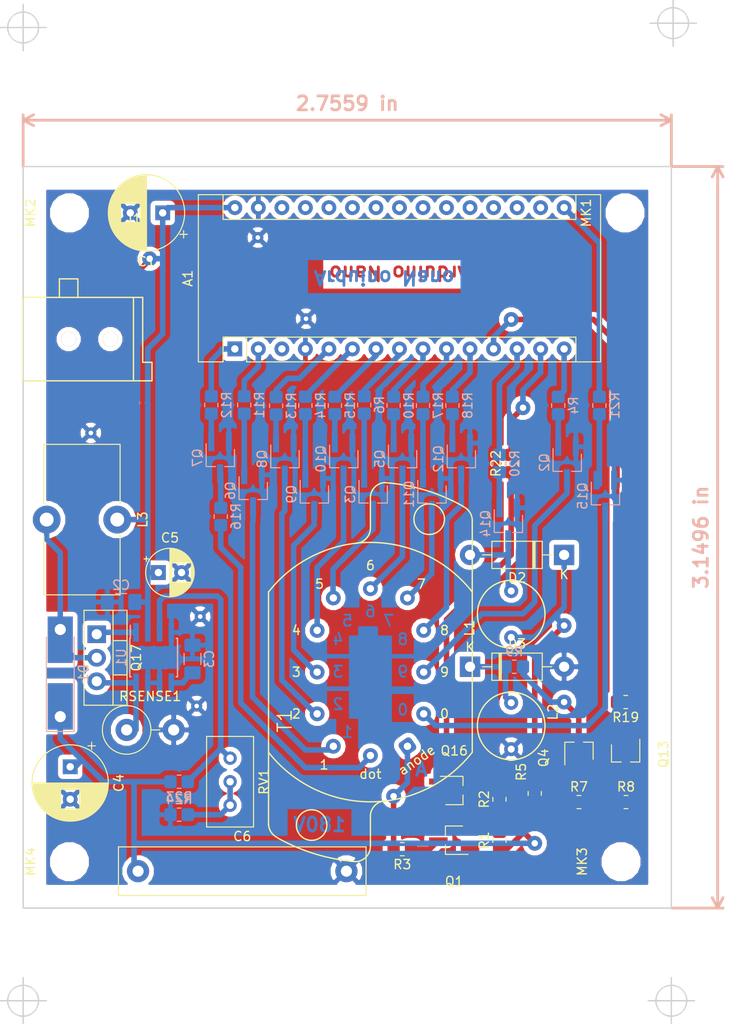
<source format=kicad_pcb>
(kicad_pcb (version 20171130) (host pcbnew 5.0.0-rc3+dfsg1-2)
  (layers (0 F.Cu signal) (31 B.Cu signal) (34 B.Paste user) (35 F.Paste user) (36 B.SilkS user) (37 F.SilkS user) (38 B.Mask user) (39 F.Mask user) (44 Edge.Cuts user))
  (net 0 "")
  (net 1 D0)
  (net 2 "Net-(A1-Pad17)")
  (net 3 "Net-(A1-Pad18)")
  (net 4 "Net-(A1-Pad3)")
  (net 5 "Net-(A1-Pad19)")
  (net 6 GND)
  (net 7 "Net-(A1-Pad20)")
  (net 8 D2)
  (net 9 "Net-(A1-Pad21)")
  (net 10 ANODE)
  (net 11 "Net-(A1-Pad22)")
  (net 12 D3)
  (net 13 "Net-(A1-Pad23)")
  (net 14 NEON1)
  (net 15 "Net-(A1-Pad24)")
  (net 16 NEON2)
  (net 17 "Net-(A1-Pad25)")
  (net 18 D4)
  (net 19 "Net-(A1-Pad26)")
  (net 20 D5)
  (net 21 +5V)
  (net 22 D6)
  (net 23 "Net-(A1-Pad28)")
  (net 24 D7)
  (net 25 D8)
  (net 26 D9)
  (net 27 +VDC)
  (net 28 "Net-(Q1-Pad3)")
  (net 29 KHV0)
  (net 30 KHV1)
  (net 31 KHV2)
  (net 32 KHV3)
  (net 33 KHV4)
  (net 34 KHV5)
  (net 35 KHV6)
  (net 36 KHV7)
  (net 37 KHV8)
  (net 38 KHV9)
  (net 39 "Net-(Q16-Pad3)")
  (net 40 D1)
  (net 41 DV)
  (net 42 "Net-(Q4-Pad3)")
  (net 43 "Net-(R3-Pad2)")
  (net 44 DOT)
  (net 45 "Net-(Q7-Pad3)")
  (net 46 "Net-(Q13-Pad3)")
  (net 47 "Net-(Q17-Pad1)")
  (net 48 "Net-(D1-Pad2)")
  (net 49 "Net-(Q17-Pad3)")
  (net 50 +9V)
  (net 51 "Net-(C3-Pad1)")
  (net 52 "Net-(R24-Pad1)")
  (net 53 "Net-(R23-Pad2)")
  (net 54 "Net-(D3-Pad1)")
  (net 55 "Net-(D2-Pad1)")
  (net 56 "Net-(D2-Pad2)")
  (net 57 "Net-(Q16-Pad1)")
  (net 58 "Net-(Q7-Pad1)")
  (net 59 "Net-(Q15-Pad1)")
  (net 60 "Net-(Q9-Pad1)")
  (net 61 "Net-(Q8-Pad1)")
  (net 62 "Net-(Q14-Pad1)")
  (net 63 "Net-(Q13-Pad1)")
  (net 64 "Net-(Q10-Pad1)")
  (net 65 "Net-(Q6-Pad1)")
  (net 66 "Net-(Q5-Pad1)")
  (net 67 "Net-(Q3-Pad1)")
  (net 68 "Net-(Q12-Pad1)")
  (net 69 "Net-(Q11-Pad1)")
  (net 70 "Net-(Q2-Pad1)")
  (net 71 "Net-(Q1-Pad1)")
  (net 72 "Net-(Q4-Pad1)")
  (module "Parts:Thermal Via" (layer F.Cu) (at 67.31 78.74)
    (fp_text reference U7 hide)
    (fp_text value THERMAL_VIA hide)
    (pad ~ thru_hole circle (at 0 0 180) (size 1.2 1.2) (drill 0.5) (layers *.Cu *.Mask) (net 6 GND))
  )
  (module "Parts:Thermal Via" (layer F.Cu) (at 90.551 66.421)
    (fp_text reference U3 hide)
    (fp_text value THERMAL_VIA hide)
    (pad ~ thru_hole circle (at 0 0 180) (size 1.2 1.2) (drill 0.5) (layers *.Cu *.Mask) (net 6 GND))
  )
  (module "Parts:Thermal Via" (layer F.Cu) (at 85.344 57.658)
    (fp_text reference U4 hide)
    (fp_text value THERMAL_VIA hide)
    (pad ~ thru_hole circle (at 0 0 180) (size 1.2 1.2) (drill 0.5) (layers *.Cu *.Mask) (net 6 GND))
  )
  (module "Parts:Thermal Via" (layer F.Cu) (at 79.121 98.552)
    (fp_text reference U5 hide)
    (fp_text value THERMAL_VIA hide)
    (pad ~ thru_hole circle (at 0 0 180) (size 1.2 1.2) (drill 0.5) (layers *.Cu *.Mask) (net 6 GND))
  )
  (module "Parts:Thermal Via" (layer F.Cu) (at 78.74 108.204)
    (fp_text reference U6 hide)
    (fp_text value THERMAL_VIA hide)
    (pad ~ thru_hole circle (at 0 0 180) (size 1.2 1.2) (drill 0.5) (layers *.Cu *.Mask) (net 6 GND))
  )
  (module Parts:D_MELF-RM10_Universal_Handsoldering (layer B.Cu) (at 64.008 104.649 90)
    (fp_text reference D1 (at 0 2.5 90) (layer B.SilkS) (effects (justify mirror)))
    (fp_text value ES2J)
    (pad 1 thru_hole rect (at -4.7 0 90) (size 5 2.7) (drill 1.19888 (offset 1.1 0)) (layers *.Cu *.Mask) (net 27 +VDC))
    (pad 2 thru_hole rect (at 4.7 0 270) (size 5 2.7) (drill 1.19888 (offset 1.1 0)) (layers *.Cu *.Mask) (net 48 "Net-(D1-Pad2)"))
  )
  (module Parts:AliExpress55mmBarelJack (layer F.Cu) (at 64.912 68.619)
    (fp_text reference J1 (at 7 -13) (layer F.SilkS))
    (fp_text value Jack-DC)
    (pad ~ thru_hole circle (at 0 0) (size 1.6 1.6) (drill 1.6) (layers *.Cu *.Mask))
    (pad ~ thru_hole circle (at 4.5 0) (size 1.6 1.6) (drill 1.6) (layers *.Cu *.Mask))
    (pad 2 smd rect (at 0 5.5) (size 3 3) (drill (offset 0 0.5)) (layers F.Cu F.Paste F.Mask) (net 6 GND))
    (pad 3 smd rect (at 5.7 5.5) (size 3 3) (drill (offset 0 0.5)) (layers F.Cu F.Paste F.Mask))
    (pad 1 smd rect (at 0 -5.5) (size 3 3) (drill (offset 0 -0.5)) (layers F.Cu F.Paste F.Mask) (net 50 +9V))
    (pad 1 smd rect (at 5.7 -5.5) (size 3 3) (drill (offset 0 -0.5)) (layers F.Cu F.Paste F.Mask) (net 50 +9V))
  )
  (module Package_SO:PowerIntegrations_SO-8 (layer B.Cu) (at 74.097 102.976 270)
    (fp_text reference U1 (at 0 3.5 270) (layer B.SilkS) (effects (justify mirror)))
    (fp_text value max1771)
    (pad 1 smd rect (at -2.725 1.905 270) (size 2 0.6) (layers B.Cu B.Paste B.Mask) (net 47 "Net-(Q17-Pad1)"))
    (pad 2 smd rect (at -2.725 0.635 270) (size 2 0.6) (layers B.Cu B.Paste B.Mask) (net 50 +9V))
    (pad 3 smd rect (at -2.725 -0.635 270) (size 2 0.6) (layers B.Cu B.Paste B.Mask) (net 53 "Net-(R23-Pad2)"))
    (pad 4 smd rect (at -2.725 -1.905 270) (size 2 0.6) (layers B.Cu B.Paste B.Mask) (net 6 GND))
    (pad 5 smd rect (at 2.725 -1.905 270) (size 2 0.6) (layers B.Cu B.Paste B.Mask) (net 51 "Net-(C3-Pad1)"))
    (pad 6 smd rect (at 2.725 -0.635 270) (size 2 0.6) (layers B.Cu B.Paste B.Mask) (net 6 GND))
    (pad 7 smd rect (at 2.725 0.635 270) (size 2 0.6) (layers B.Cu B.Paste B.Mask) (net 6 GND))
    (pad 8 smd rect (at 2.725 1.905 270) (size 2 0.6) (layers B.Cu B.Paste B.Mask) (net 49 "Net-(Q17-Pad3)"))
  )
  (module Resistor_SMD:R_0805_2012Metric_Pad1.33x1.40mm_HandSolder (layer B.Cu) (at 76.8425 116.369)
    (fp_text reference R23 (at 0 1.65) (layer B.SilkS) (effects (justify mirror)))
    (fp_text value 1.5M)
    (pad 1 smd roundrect (at -0.9375 0) (size 1.325 1.4) (layers B.Cu B.Paste B.Mask) (roundrect_rratio 0.188679) (net 27 +VDC))
    (pad 2 smd roundrect (at 0.9375 0) (size 1.325 1.4) (layers B.Cu B.Paste B.Mask) (roundrect_rratio 0.188679) (net 53 "Net-(R23-Pad2)"))
  )
  (module Resistor_SMD:R_0805_2012Metric_Pad1.33x1.40mm_HandSolder (layer B.Cu) (at 111.435 82.0425 90)
    (fp_text reference R20 (at 0 1.65 90) (layer B.SilkS) (effects (justify mirror)))
    (fp_text value 33K)
    (pad 2 smd roundrect (at 0.9375 0 90) (size 1.325 1.4) (layers B.Cu B.Paste B.Mask) (roundrect_rratio 0.188679) (net 14 NEON1))
    (pad 1 smd roundrect (at -0.9375 0 90) (size 1.325 1.4) (layers B.Cu B.Paste B.Mask) (roundrect_rratio 0.188679) (net 62 "Net-(Q14-Pad1)"))
  )
  (module Resistor_SMD:R_0805_2012Metric_Pad1.33x1.40mm_HandSolder (layer B.Cu) (at 113.0375 103.965 180)
    (fp_text reference R9 (at 0 1.65 180) (layer B.SilkS) (effects (justify mirror)))
    (fp_text value 240K)
    (pad 1 smd roundrect (at -0.9375 0 180) (size 1.325 1.4) (layers B.Cu B.Paste B.Mask) (roundrect_rratio 0.188679) (net 42 "Net-(Q4-Pad3)"))
    (pad 2 smd roundrect (at 0.9375 0 180) (size 1.325 1.4) (layers B.Cu B.Paste B.Mask) (roundrect_rratio 0.188679) (net 54 "Net-(D3-Pad1)"))
  )
  (module Package_TO_SOT_SMD:TSOT-23_HandSoldering (layer B.Cu) (at 118.735 81.935 270)
    (fp_text reference Q2 (at 0 2.45 270) (layer B.SilkS) (effects (justify mirror)))
    (fp_text value MMBTA42)
    (pad 1 smd rect (at -1.71 0.95 270) (size 2 0.65) (layers B.Cu B.Paste B.Mask) (net 70 "Net-(Q2-Pad1)"))
    (pad 2 smd rect (at -1.71 -0.95 270) (size 2 0.65) (layers B.Cu B.Paste B.Mask) (net 6 GND))
    (pad 3 smd rect (at 1.71 0 270) (size 2 0.65) (layers B.Cu B.Paste B.Mask) (net 38 KHV9))
  )
  (module Diode_THT:D_DO-41_SOD81_P10.16mm_Horizontal (layer F.Cu) (at 118.42 91.9 180)
    (fp_text reference D2 (at 5.08 -2.47 180) (layer F.SilkS))
    (fp_text value 100V)
    (fp_text user K (at 0 -2.1 180) (layer F.SilkS))
    (pad 1 thru_hole rect (at 0 0 180) (size 2.2 2.2) (drill 1.1) (layers *.Cu *.Mask) (net 55 "Net-(D2-Pad1)"))
    (pad 2 thru_hole oval (at 10.16 0 180) (size 2.2 2.2) (drill 1.1) (layers *.Cu *.Mask) (net 56 "Net-(D2-Pad2)"))
  )
  (module Diode_THT:D_DO-41_SOD81_P10.16mm_Horizontal (layer F.Cu) (at 108.26 103.965)
    (fp_text reference D3 (at 5.08 -2.47) (layer F.SilkS))
    (fp_text value 100V)
    (fp_text user K (at 0 -2.1) (layer F.SilkS))
    (pad 1 thru_hole rect (at 0 0) (size 2.2 2.2) (drill 1.1) (layers *.Cu *.Mask) (net 54 "Net-(D3-Pad1)"))
    (pad 2 thru_hole oval (at 10.16 0) (size 2.2 2.2) (drill 1.1) (layers *.Cu *.Mask) (net 6 GND))
  )
  (module Resistor_SMD:R_0805_2012Metric_Pad1.33x1.40mm_HandSolder (layer F.Cu) (at 112.705 82.0425 90)
    (fp_text reference R22 (at 0 -1.65 90) (layer F.SilkS))
    (fp_text value 33K)
    (pad 1 smd roundrect (at -0.9375 0 90) (size 1.325 1.4) (layers F.Cu F.Paste F.Mask) (roundrect_rratio 0.188679) (net 57 "Net-(Q16-Pad1)"))
    (pad 2 smd roundrect (at 0.9375 0 90) (size 1.325 1.4) (layers F.Cu F.Paste F.Mask) (roundrect_rratio 0.188679) (net 10 ANODE))
  )
  (module Resistor_SMD:R_0805_2012Metric_Pad1.33x1.40mm_HandSolder (layer F.Cu) (at 100.9425 123.65 180)
    (fp_text reference R3 (at 0 -1.65 180) (layer F.SilkS))
    (fp_text value 10K)
    (pad 1 smd roundrect (at -0.9375 0 180) (size 1.325 1.4) (layers F.Cu F.Paste F.Mask) (roundrect_rratio 0.188679) (net 28 "Net-(Q1-Pad3)"))
    (pad 2 smd roundrect (at 0.9375 0 180) (size 1.325 1.4) (layers F.Cu F.Paste F.Mask) (roundrect_rratio 0.188679) (net 43 "Net-(R3-Pad2)"))
  )
  (module Resistor_SMD:R_0805_2012Metric_Pad1.33x1.40mm_HandSolder (layer F.Cu) (at 111.435 118.2675 90)
    (fp_text reference R2 (at 0 -1.65 90) (layer F.SilkS))
    (fp_text value 1M)
    (pad 2 smd roundrect (at 0.9375 0 90) (size 1.325 1.4) (layers F.Cu F.Paste F.Mask) (roundrect_rratio 0.188679) (net 39 "Net-(Q16-Pad3)"))
    (pad 1 smd roundrect (at -0.9375 0 90) (size 1.325 1.4) (layers F.Cu F.Paste F.Mask) (roundrect_rratio 0.188679) (net 71 "Net-(Q1-Pad1)"))
  )
  (module Resistor_SMD:R_0805_2012Metric_Pad1.33x1.40mm_HandSolder (layer F.Cu) (at 115.245 117.6325 90)
    (fp_text reference R5 (at 2.3165 -1.453 90) (layer F.SilkS))
    (fp_text value 240K)
    (pad 2 smd roundrect (at 0.9375 0 90) (size 1.325 1.4) (layers F.Cu F.Paste F.Mask) (roundrect_rratio 0.188679) (net 55 "Net-(D2-Pad1)"))
    (pad 1 smd roundrect (at -0.9375 0 90) (size 1.325 1.4) (layers F.Cu F.Paste F.Mask) (roundrect_rratio 0.188679) (net 27 +VDC))
  )
  (module Resistor_SMD:R_0805_2012Metric_Pad1.33x1.40mm_HandSolder (layer F.Cu) (at 125.1025 118.57)
    (fp_text reference R8 (at 0 -1.65) (layer F.SilkS))
    (fp_text value 1M)
    (pad 1 smd roundrect (at -0.9375 0) (size 1.325 1.4) (layers F.Cu F.Paste F.Mask) (roundrect_rratio 0.188679) (net 72 "Net-(Q4-Pad1)"))
    (pad 2 smd roundrect (at 0.9375 0) (size 1.325 1.4) (layers F.Cu F.Paste F.Mask) (roundrect_rratio 0.188679) (net 46 "Net-(Q13-Pad3)"))
  )
  (module Package_TO_SOT_SMD:TSOT-23_HandSoldering (layer F.Cu) (at 120.005 113.05 90)
    (fp_text reference Q4 (at -0.742 -3.8 90) (layer F.SilkS))
    (fp_text value MMBTA92)
    (pad 3 smd rect (at 1.71 0 90) (size 2 0.65) (layers F.Cu F.Paste F.Mask) (net 42 "Net-(Q4-Pad3)"))
    (pad 2 smd rect (at -1.71 0.95 90) (size 2 0.65) (layers F.Cu F.Paste F.Mask) (net 27 +VDC))
    (pad 1 smd rect (at -1.71 -0.95 90) (size 2 0.65) (layers F.Cu F.Paste F.Mask) (net 72 "Net-(Q4-Pad1)"))
  )
  (module Package_TO_SOT_SMD:TSOT-23_HandSoldering (layer F.Cu) (at 106.55 122.7 180)
    (fp_text reference Q1 (at -0.003 -4.427 180) (layer F.SilkS))
    (fp_text value MMBTA92)
    (pad 3 smd rect (at 1.71 0 180) (size 2 0.65) (layers F.Cu F.Paste F.Mask) (net 28 "Net-(Q1-Pad3)"))
    (pad 2 smd rect (at -1.71 0.95 180) (size 2 0.65) (layers F.Cu F.Paste F.Mask) (net 27 +VDC))
    (pad 1 smd rect (at -1.71 -0.95 180) (size 2 0.65) (layers F.Cu F.Paste F.Mask) (net 71 "Net-(Q1-Pad1)"))
  )
  (module Resistor_SMD:R_0805_2012Metric_Pad1.33x1.40mm_HandSolder (layer B.Cu) (at 76.8425 119.925 180)
    (fp_text reference R24 (at 0 1.65 180) (layer B.SilkS) (effects (justify mirror)))
    (fp_text value 10k)
    (pad 1 smd roundrect (at -0.9375 0 180) (size 1.325 1.4) (layers B.Cu B.Paste B.Mask) (roundrect_rratio 0.188679) (net 52 "Net-(R24-Pad1)"))
    (pad 2 smd roundrect (at 0.9375 0 180) (size 1.325 1.4) (layers B.Cu B.Paste B.Mask) (roundrect_rratio 0.188679) (net 6 GND))
  )
  (module Package_TO_SOT_SMD:TSOT-23_HandSoldering (layer B.Cu) (at 104.13 85.355 270)
    (fp_text reference Q11 (at 0 2.45 270) (layer B.SilkS) (effects (justify mirror)))
    (fp_text value MMBTA42)
    (pad 1 smd rect (at -1.71 0.95 270) (size 2 0.65) (layers B.Cu B.Paste B.Mask) (net 69 "Net-(Q11-Pad1)"))
    (pad 2 smd rect (at -1.71 -0.95 270) (size 2 0.65) (layers B.Cu B.Paste B.Mask) (net 6 GND))
    (pad 3 smd rect (at 1.71 0 270) (size 2 0.65) (layers B.Cu B.Paste B.Mask) (net 36 KHV7))
  )
  (module Package_TO_SOT_SMD:TSOT-23_HandSoldering (layer B.Cu) (at 107.305 81.545 270)
    (fp_text reference Q12 (at 0 2.45 270) (layer B.SilkS) (effects (justify mirror)))
    (fp_text value MMBTA42)
    (pad 3 smd rect (at 1.71 0 270) (size 2 0.65) (layers B.Cu B.Paste B.Mask) (net 37 KHV8))
    (pad 2 smd rect (at -1.71 -0.95 270) (size 2 0.65) (layers B.Cu B.Paste B.Mask) (net 6 GND))
    (pad 1 smd rect (at -1.71 0.95 270) (size 2 0.65) (layers B.Cu B.Paste B.Mask) (net 68 "Net-(Q12-Pad1)"))
  )
  (module Package_TO_SOT_SMD:TSOT-23_HandSoldering (layer B.Cu) (at 97.78 85.355 270)
    (fp_text reference Q3 (at 0 2.45 270) (layer B.SilkS) (effects (justify mirror)))
    (fp_text value mmbta42)
    (pad 3 smd rect (at 1.71 0 270) (size 2 0.65) (layers B.Cu B.Paste B.Mask) (net 34 KHV5))
    (pad 2 smd rect (at -1.71 -0.95 270) (size 2 0.65) (layers B.Cu B.Paste B.Mask) (net 6 GND))
    (pad 1 smd rect (at -1.71 0.95 270) (size 2 0.65) (layers B.Cu B.Paste B.Mask) (net 67 "Net-(Q3-Pad1)"))
  )
  (module Package_TO_SOT_SMD:TSOT-23_HandSoldering (layer B.Cu) (at 100.96 81.545 270)
    (fp_text reference Q5 (at 0 2.45 270) (layer B.SilkS) (effects (justify mirror)))
    (fp_text value MMBTA42)
    (pad 1 smd rect (at -1.71 0.95 270) (size 2 0.65) (layers B.Cu B.Paste B.Mask) (net 66 "Net-(Q5-Pad1)"))
    (pad 2 smd rect (at -1.71 -0.95 270) (size 2 0.65) (layers B.Cu B.Paste B.Mask) (net 6 GND))
    (pad 3 smd rect (at 1.71 0 270) (size 2 0.65) (layers B.Cu B.Paste B.Mask) (net 35 KHV6))
  )
  (module Potentiometer_THT:Potentiometer_Bourns_3296W_Vertical (layer F.Cu) (at 82.352 118.909 270)
    (fp_text reference RV1 (at -2.54 -3.66 270) (layer F.SilkS))
    (fp_text value 5K)
    (pad 1 thru_hole circle (at 0 0 270) (size 1.44 1.44) (drill 0.8) (layers *.Cu *.Mask) (net 52 "Net-(R24-Pad1)"))
    (pad 2 thru_hole circle (at -2.54 0 270) (size 1.44 1.44) (drill 0.8) (layers *.Cu *.Mask) (net 52 "Net-(R24-Pad1)"))
    (pad 3 thru_hole circle (at -5.08 0 270) (size 1.44 1.44) (drill 0.8) (layers *.Cu *.Mask) (net 53 "Net-(R23-Pad2)"))
  )
  (module Package_TO_SOT_SMD:TSOT-23_HandSoldering (layer F.Cu) (at 125.085 113.295 270)
    (fp_text reference Q13 (at 0.116 -4.074 270) (layer F.SilkS))
    (fp_text value MMBTA42)
    (pad 3 smd rect (at 1.71 0 270) (size 2 0.65) (layers F.Cu F.Paste F.Mask) (net 46 "Net-(Q13-Pad3)"))
    (pad 2 smd rect (at -1.71 0.95 270) (size 2 0.65) (layers F.Cu F.Paste F.Mask) (net 6 GND))
    (pad 1 smd rect (at -1.71 -0.95 270) (size 2 0.65) (layers F.Cu F.Paste F.Mask) (net 63 "Net-(Q13-Pad1)"))
  )
  (module Package_TO_SOT_SMD:TSOT-23_HandSoldering (layer B.Cu) (at 94.605 81.545 270)
    (fp_text reference Q10 (at 0 2.45 270) (layer B.SilkS) (effects (justify mirror)))
    (fp_text value MMBTA42)
    (pad 1 smd rect (at -1.71 0.95 270) (size 2 0.65) (layers B.Cu B.Paste B.Mask) (net 64 "Net-(Q10-Pad1)"))
    (pad 2 smd rect (at -1.71 -0.95 270) (size 2 0.65) (layers B.Cu B.Paste B.Mask) (net 6 GND))
    (pad 3 smd rect (at 1.71 0 270) (size 2 0.65) (layers B.Cu B.Paste B.Mask) (net 33 KHV4))
  )
  (module Package_TO_SOT_SMD:TSOT-23_HandSoldering (layer B.Cu) (at 91.43 85.355 270)
    (fp_text reference Q9 (at 0 2.45 270) (layer B.SilkS) (effects (justify mirror)))
    (fp_text value MMBTA42)
    (pad 3 smd rect (at 1.71 0 270) (size 2 0.65) (layers B.Cu B.Paste B.Mask) (net 32 KHV3))
    (pad 2 smd rect (at -1.71 -0.95 270) (size 2 0.65) (layers B.Cu B.Paste B.Mask) (net 6 GND))
    (pad 1 smd rect (at -1.71 0.95 270) (size 2 0.65) (layers B.Cu B.Paste B.Mask) (net 60 "Net-(Q9-Pad1)"))
  )
  (module Package_TO_SOT_SMD:TSOT-23_HandSoldering (layer B.Cu) (at 88.255 81.545 270)
    (fp_text reference Q8 (at 0 2.45 270) (layer B.SilkS) (effects (justify mirror)))
    (fp_text value MMBTA42)
    (pad 1 smd rect (at -1.71 0.95 270) (size 2 0.65) (layers B.Cu B.Paste B.Mask) (net 61 "Net-(Q8-Pad1)"))
    (pad 2 smd rect (at -1.71 -0.95 270) (size 2 0.65) (layers B.Cu B.Paste B.Mask) (net 6 GND))
    (pad 3 smd rect (at 1.71 0 270) (size 2 0.65) (layers B.Cu B.Paste B.Mask) (net 31 KHV2))
  )
  (module Package_TO_SOT_SMD:TSOT-23_HandSoldering (layer B.Cu) (at 84.826 84.974 270)
    (fp_text reference Q6 (at 0 2.45 270) (layer B.SilkS) (effects (justify mirror)))
    (fp_text value MMBTA42)
    (pad 3 smd rect (at 1.71 0 270) (size 2 0.65) (layers B.Cu B.Paste B.Mask) (net 30 KHV1))
    (pad 2 smd rect (at -1.71 -0.95 270) (size 2 0.65) (layers B.Cu B.Paste B.Mask) (net 6 GND))
    (pad 1 smd rect (at -1.71 0.95 270) (size 2 0.65) (layers B.Cu B.Paste B.Mask) (net 65 "Net-(Q6-Pad1)"))
  )
  (module Package_TO_SOT_SMD:TSOT-23_HandSoldering (layer B.Cu) (at 112.385 88.53 270)
    (fp_text reference Q14 (at 0 2.45 270) (layer B.SilkS) (effects (justify mirror)))
    (fp_text value MMBTA42)
    (pad 1 smd rect (at -1.71 0.95 270) (size 2 0.65) (layers B.Cu B.Paste B.Mask) (net 62 "Net-(Q14-Pad1)"))
    (pad 2 smd rect (at -1.71 -0.95 270) (size 2 0.65) (layers B.Cu B.Paste B.Mask) (net 6 GND))
    (pad 3 smd rect (at 1.71 0 270) (size 2 0.65) (layers B.Cu B.Paste B.Mask) (net 56 "Net-(D2-Pad2)"))
  )
  (module Package_TO_SOT_THT:TO-220-3_Vertical (layer F.Cu) (at 67.945 100.457 270)
    (fp_text reference Q17 (at 2.54 -4.27 270) (layer F.SilkS))
    (fp_text value IRF740)
    (pad 1 thru_hole rect (at 0 0 270) (size 1.905 2) (drill 1.1) (layers *.Cu *.Mask) (net 47 "Net-(Q17-Pad1)"))
    (pad 2 thru_hole oval (at 2.54 0 270) (size 1.905 2) (drill 1.1) (layers *.Cu *.Mask) (net 48 "Net-(D1-Pad2)"))
    (pad 3 thru_hole oval (at 5.08 0 270) (size 1.905 2) (drill 1.1) (layers *.Cu *.Mask) (net 49 "Net-(Q17-Pad3)"))
  )
  (module Resistor_THT:R_Axial_DIN0516_L15.5mm_D5.0mm_P5.08mm_Vertical (layer F.Cu) (at 71.176 110.781)
    (fp_text reference RSENSE1 (at 2.54 -3.62) (layer F.SilkS))
    (fp_text value 0R1)
    (pad 1 thru_hole circle (at 0 0) (size 2.4 2.4) (drill 1.2) (layers *.Cu *.Mask) (net 49 "Net-(Q17-Pad3)"))
    (pad 2 thru_hole oval (at 5.08 0) (size 2.4 2.4) (drill 1.2) (layers *.Cu *.Mask) (net 6 GND))
  )
  (module Package_TO_SOT_SMD:TSOT-23_HandSoldering (layer B.Cu) (at 122.865 85.55 270)
    (fp_text reference Q15 (at 0 2.45 270) (layer B.SilkS) (effects (justify mirror)))
    (fp_text value MMBTA42)
    (pad 1 smd rect (at -1.71 0.95 270) (size 2 0.65) (layers B.Cu B.Paste B.Mask) (net 59 "Net-(Q15-Pad1)"))
    (pad 2 smd rect (at -1.71 -0.95 270) (size 2 0.65) (layers B.Cu B.Paste B.Mask) (net 6 GND))
    (pad 3 smd rect (at 1.71 0 270) (size 2 0.65) (layers B.Cu B.Paste B.Mask) (net 29 KHV0))
  )
  (module Package_TO_SOT_SMD:TSOT-23_HandSoldering (layer B.Cu) (at 81.27 81.418 270)
    (fp_text reference Q7 (at 0 2.45 270) (layer B.SilkS) (effects (justify mirror)))
    (fp_text value MMBTA42)
    (pad 1 smd rect (at -1.71 0.95 270) (size 2 0.65) (layers B.Cu B.Paste B.Mask) (net 58 "Net-(Q7-Pad1)"))
    (pad 2 smd rect (at -1.71 -0.95 270) (size 2 0.65) (layers B.Cu B.Paste B.Mask) (net 6 GND))
    (pad 3 smd rect (at 1.71 0 270) (size 2 0.65) (layers B.Cu B.Paste B.Mask) (net 45 "Net-(Q7-Pad3)"))
  )
  (module Package_TO_SOT_SMD:TSOT-23_HandSoldering (layer F.Cu) (at 106.55 117.3)
    (fp_text reference Q16 (at 0 -4.27) (layer F.SilkS))
    (fp_text value MMBTA42)
    (pad 3 smd rect (at 1.71 0) (size 2 0.65) (layers F.Cu F.Paste F.Mask) (net 39 "Net-(Q16-Pad3)"))
    (pad 2 smd rect (at -1.71 0.95) (size 2 0.65) (layers F.Cu F.Paste F.Mask) (net 6 GND))
    (pad 1 smd rect (at -1.71 -0.95) (size 2 0.65) (layers F.Cu F.Paste F.Mask) (net 57 "Net-(Q16-Pad1)"))
  )
  (module Capacitor_THT:CP_Radial_D8.0mm_P3.50mm (layer F.Cu) (at 75.07 55 180)
    (fp_text reference C1 (at 1.75 -5.25 180) (layer F.SilkS))
    (fp_text value 100uF,25V)
    (pad 2 thru_hole circle (at 3.5 0 180) (size 1.6 1.6) (drill 0.8) (layers *.Cu *.Mask) (net 6 GND))
    (pad 1 thru_hole rect (at 0 0 180) (size 1.6 1.6) (drill 0.8) (layers *.Cu *.Mask) (net 50 +9V))
  )
  (module Resistor_SMD:R_0805_2012Metric_Pad1.33x1.40mm_HandSolder (layer F.Cu) (at 111.435 122.7125 90)
    (fp_text reference R1 (at 0 -1.65 90) (layer F.SilkS))
    (fp_text value 1M)
    (pad 2 smd roundrect (at 0.9375 0 90) (size 1.325 1.4) (layers F.Cu F.Paste F.Mask) (roundrect_rratio 0.188679) (net 71 "Net-(Q1-Pad1)"))
    (pad 1 smd roundrect (at -0.9375 0 90) (size 1.325 1.4) (layers F.Cu F.Paste F.Mask) (roundrect_rratio 0.188679) (net 27 +VDC))
  )
  (module Resistor_SMD:R_0805_2012Metric_Pad1.33x1.40mm_HandSolder (layer F.Cu) (at 120.0225 118.57)
    (fp_text reference R7 (at 0 -1.65) (layer F.SilkS))
    (fp_text value 1M)
    (pad 1 smd roundrect (at -0.9375 0) (size 1.325 1.4) (layers F.Cu F.Paste F.Mask) (roundrect_rratio 0.188679) (net 27 +VDC))
    (pad 2 smd roundrect (at 0.9375 0) (size 1.325 1.4) (layers F.Cu F.Paste F.Mask) (roundrect_rratio 0.188679) (net 72 "Net-(Q4-Pad1)"))
  )
  (module Resistor_SMD:R_0805_2012Metric_Pad1.33x1.40mm_HandSolder (layer B.Cu) (at 96.83 75.7225 90)
    (fp_text reference R6 (at 0 1.65 90) (layer B.SilkS) (effects (justify mirror)))
    (fp_text value 33K)
    (pad 2 smd roundrect (at 0.9375 0 90) (size 1.325 1.4) (layers B.Cu B.Paste B.Mask) (roundrect_rratio 0.188679) (net 20 D5))
    (pad 1 smd roundrect (at -0.9375 0 90) (size 1.325 1.4) (layers B.Cu B.Paste B.Mask) (roundrect_rratio 0.188679) (net 67 "Net-(Q3-Pad1)"))
  )
  (module Resistor_SMD:R_0805_2012Metric_Pad1.33x1.40mm_HandSolder (layer B.Cu) (at 80.32 75.7225 90)
    (fp_text reference R12 (at 0 1.65 90) (layer B.SilkS) (effects (justify mirror)))
    (fp_text value 33K)
    (pad 1 smd roundrect (at -0.9375 0 90) (size 1.325 1.4) (layers B.Cu B.Paste B.Mask) (roundrect_rratio 0.188679) (net 58 "Net-(Q7-Pad1)"))
    (pad 2 smd roundrect (at 0.9375 0 90) (size 1.325 1.4) (layers B.Cu B.Paste B.Mask) (roundrect_rratio 0.188679) (net 44 DOT))
  )
  (module Resistor_SMD:R_0805_2012Metric_Pad1.33x1.40mm_HandSolder (layer B.Cu) (at 81.336 87.7575 90)
    (fp_text reference R16 (at 0 1.65 90) (layer B.SilkS) (effects (justify mirror)))
    (fp_text value 56K)
    (pad 2 smd roundrect (at 0.9375 0 90) (size 1.325 1.4) (layers B.Cu B.Paste B.Mask) (roundrect_rratio 0.188679) (net 45 "Net-(Q7-Pad3)"))
    (pad 1 smd roundrect (at -0.9375 0 90) (size 1.325 1.4) (layers B.Cu B.Paste B.Mask) (roundrect_rratio 0.188679) (net 41 DV))
  )
  (module Resistor_SMD:R_0805_2012Metric_Pad1.33x1.40mm_HandSolder (layer B.Cu) (at 83.876 75.7225 90)
    (fp_text reference R11 (at 0 1.65 90) (layer B.SilkS) (effects (justify mirror)))
    (fp_text value 33K)
    (pad 1 smd roundrect (at -0.9375 0 90) (size 1.325 1.4) (layers B.Cu B.Paste B.Mask) (roundrect_rratio 0.188679) (net 65 "Net-(Q6-Pad1)"))
    (pad 2 smd roundrect (at 0.9375 0 90) (size 1.325 1.4) (layers B.Cu B.Paste B.Mask) (roundrect_rratio 0.188679) (net 40 D1))
  )
  (module Resistor_SMD:R_0805_2012Metric_Pad1.33x1.40mm_HandSolder (layer B.Cu) (at 100.005 75.7775 90)
    (fp_text reference R10 (at 0 1.65 90) (layer B.SilkS) (effects (justify mirror)))
    (fp_text value 33V)
    (pad 2 smd roundrect (at 0.9375 0 90) (size 1.325 1.4) (layers B.Cu B.Paste B.Mask) (roundrect_rratio 0.188679) (net 22 D6))
    (pad 1 smd roundrect (at -0.9375 0 90) (size 1.325 1.4) (layers B.Cu B.Paste B.Mask) (roundrect_rratio 0.188679) (net 66 "Net-(Q5-Pad1)"))
  )
  (module Resistor_SMD:R_0805_2012Metric_Pad1.33x1.40mm_HandSolder (layer B.Cu) (at 117.785 75.7775 90)
    (fp_text reference R4 (at 0 1.65 90) (layer B.SilkS) (effects (justify mirror)))
    (fp_text value 33K)
    (pad 1 smd roundrect (at -0.9375 0 90) (size 1.325 1.4) (layers B.Cu B.Paste B.Mask) (roundrect_rratio 0.188679) (net 70 "Net-(Q2-Pad1)"))
    (pad 2 smd roundrect (at 0.9375 0 90) (size 1.325 1.4) (layers B.Cu B.Paste B.Mask) (roundrect_rratio 0.188679) (net 26 D9))
  )
  (module Resistor_SMD:R_0805_2012Metric_Pad1.33x1.40mm_HandSolder (layer B.Cu) (at 90.48 75.7775 90)
    (fp_text reference R14 (at 0 1.65 90) (layer B.SilkS) (effects (justify mirror)))
    (fp_text value 33K)
    (pad 2 smd roundrect (at 0.9375 0 90) (size 1.325 1.4) (layers B.Cu B.Paste B.Mask) (roundrect_rratio 0.188679) (net 12 D3))
    (pad 1 smd roundrect (at -0.9375 0 90) (size 1.325 1.4) (layers B.Cu B.Paste B.Mask) (roundrect_rratio 0.188679) (net 60 "Net-(Q9-Pad1)"))
  )
  (module Resistor_SMD:R_0805_2012Metric_Pad1.33x1.40mm_HandSolder (layer B.Cu) (at 103.18 75.7775 90)
    (fp_text reference R17 (at 0 1.65 90) (layer B.SilkS) (effects (justify mirror)))
    (fp_text value 33K)
    (pad 1 smd roundrect (at -0.9375 0 90) (size 1.325 1.4) (layers B.Cu B.Paste B.Mask) (roundrect_rratio 0.188679) (net 69 "Net-(Q11-Pad1)"))
    (pad 2 smd roundrect (at 0.9375 0 90) (size 1.325 1.4) (layers B.Cu B.Paste B.Mask) (roundrect_rratio 0.188679) (net 24 D7))
  )
  (module Resistor_SMD:R_0805_2012Metric_Pad1.33x1.40mm_HandSolder (layer B.Cu) (at 106.355 75.7775 90)
    (fp_text reference R18 (at 0 1.65 90) (layer B.SilkS) (effects (justify mirror)))
    (fp_text value 33K)
    (pad 2 smd roundrect (at 0.9375 0 90) (size 1.325 1.4) (layers B.Cu B.Paste B.Mask) (roundrect_rratio 0.188679) (net 25 D8))
    (pad 1 smd roundrect (at -0.9375 0 90) (size 1.325 1.4) (layers B.Cu B.Paste B.Mask) (roundrect_rratio 0.188679) (net 68 "Net-(Q12-Pad1)"))
  )
  (module Resistor_SMD:R_0805_2012Metric_Pad1.33x1.40mm_HandSolder (layer F.Cu) (at 125.0725 107.775 180)
    (fp_text reference R19 (at 0 -1.65 180) (layer F.SilkS))
    (fp_text value 33K)
    (pad 1 smd roundrect (at -0.9375 0 180) (size 1.325 1.4) (layers F.Cu F.Paste F.Mask) (roundrect_rratio 0.188679) (net 63 "Net-(Q13-Pad1)"))
    (pad 2 smd roundrect (at 0.9375 0 180) (size 1.325 1.4) (layers F.Cu F.Paste F.Mask) (roundrect_rratio 0.188679) (net 16 NEON2))
  )
  (module Resistor_SMD:R_0805_2012Metric_Pad1.33x1.40mm_HandSolder (layer B.Cu) (at 122.23 75.7775 90)
    (fp_text reference R21 (at 0 1.65 90) (layer B.SilkS) (effects (justify mirror)))
    (fp_text value 33K)
    (pad 1 smd roundrect (at -0.9375 0 90) (size 1.325 1.4) (layers B.Cu B.Paste B.Mask) (roundrect_rratio 0.188679) (net 59 "Net-(Q15-Pad1)"))
    (pad 2 smd roundrect (at 0.9375 0 90) (size 1.325 1.4) (layers B.Cu B.Paste B.Mask) (roundrect_rratio 0.188679) (net 1 D0))
  )
  (module Resistor_SMD:R_0805_2012Metric_Pad1.33x1.40mm_HandSolder (layer B.Cu) (at 87.315 75.8075 90)
    (fp_text reference R13 (at 0 1.65 90) (layer B.SilkS) (effects (justify mirror)))
    (fp_text value 33K)
    (pad 2 smd roundrect (at 0.9375 0 90) (size 1.325 1.4) (layers B.Cu B.Paste B.Mask) (roundrect_rratio 0.188679) (net 8 D2))
    (pad 1 smd roundrect (at -0.9375 0 90) (size 1.325 1.4) (layers B.Cu B.Paste B.Mask) (roundrect_rratio 0.188679) (net 61 "Net-(Q8-Pad1)"))
  )
  (module Resistor_SMD:R_0805_2012Metric_Pad1.33x1.40mm_HandSolder (layer B.Cu) (at 93.665 75.7775 90)
    (fp_text reference R15 (at 0 1.65 90) (layer B.SilkS) (effects (justify mirror)))
    (fp_text value 33K)
    (pad 1 smd roundrect (at -0.9375 0 90) (size 1.325 1.4) (layers B.Cu B.Paste B.Mask) (roundrect_rratio 0.188679) (net 64 "Net-(Q10-Pad1)"))
    (pad 2 smd roundrect (at 0.9375 0 90) (size 1.325 1.4) (layers B.Cu B.Paste B.Mask) (roundrect_rratio 0.188679) (net 18 D4))
  )
  (module MountingHole:MountingHole_3.2mm_M3 (layer F.Cu) (at 65 125 90)
    (fp_text reference MK4 (at 0 -4.2 90) (layer F.SilkS))
    (fp_text value Mounting_Hole)
    (pad 1 np_thru_hole circle (at 0 0 90) (size 3.2 3.2) (drill 3.2) (layers *.Cu *.Mask))
  )
  (module MountingHole:MountingHole_3.2mm_M3 (layer F.Cu) (at 124.57 125 90)
    (fp_text reference MK3 (at 0 -4.2 90) (layer F.SilkS))
    (fp_text value Mounting_Hole)
    (pad 1 np_thru_hole circle (at 0 0 90) (size 3.2 3.2) (drill 3.2) (layers *.Cu *.Mask))
  )
  (module MountingHole:MountingHole_3.2mm_M3 (layer F.Cu) (at 125 55 90)
    (fp_text reference MK1 (at 0 -4.2 90) (layer F.SilkS))
    (fp_text value Mounting_Hole)
    (pad 1 np_thru_hole circle (at 0 0 90) (size 3.2 3.2) (drill 3.2) (layers *.Cu *.Mask))
  )
  (module MountingHole:MountingHole_3.2mm_M3 (layer F.Cu) (at 65 55 90)
    (fp_text reference MK2 (at 0 -4.2 90) (layer F.SilkS))
    (fp_text value Mounting_Hole)
    (pad 1 np_thru_hole circle (at 0 0 90) (size 3.2 3.2) (drill 3.2) (layers *.Cu *.Mask))
  )
  (module Capacitor_SMD:C_1206_3216Metric_Pad1.42x1.75mm_HandSolder (layer B.Cu) (at 70.5775 96.98 180)
    (fp_text reference C2 (at 0 1.82 180) (layer B.SilkS) (effects (justify mirror)))
    (fp_text value 100n)
    (pad 2 smd roundrect (at 1.4875 0 180) (size 1.425 1.75) (layers B.Cu B.Paste B.Mask) (roundrect_rratio 0.175439) (net 6 GND))
    (pad 1 smd roundrect (at -1.4875 0 180) (size 1.425 1.75) (layers B.Cu B.Paste B.Mask) (roundrect_rratio 0.175439) (net 50 +9V))
  )
  (module Capacitor_SMD:C_1206_3216Metric_Pad1.42x1.75mm_HandSolder (layer B.Cu) (at 78.288 103.1245 90)
    (fp_text reference C3 (at 0 1.82 90) (layer B.SilkS) (effects (justify mirror)))
    (fp_text value 100n)
    (pad 1 smd roundrect (at -1.4875 0 90) (size 1.425 1.75) (layers B.Cu B.Paste B.Mask) (roundrect_rratio 0.175439) (net 51 "Net-(C3-Pad1)"))
    (pad 2 smd roundrect (at 1.4875 0 90) (size 1.425 1.75) (layers B.Cu B.Paste B.Mask) (roundrect_rratio 0.175) (net 6 GND))
  )
  (module Capacitor_THT:CP_Radial_D5.0mm_P2.50mm (layer F.Cu) (at 74.605 93.805)
    (fp_text reference C5 (at 1.25 -3.75) (layer F.SilkS))
    (fp_text value 10uF,25V)
    (pad 1 thru_hole rect (at 0 0) (size 1.6 1.6) (drill 0.8) (layers *.Cu *.Mask) (net 50 +9V))
    (pad 2 thru_hole circle (at 2.5 0) (size 1.6 1.6) (drill 0.8) (layers *.Cu *.Mask) (net 6 GND))
  )
  (module Capacitor_THT:CP_Radial_D8.0mm_P3.50mm (layer F.Cu) (at 65.08 114.76 270)
    (fp_text reference C4 (at 1.75 -5.25 270) (layer F.SilkS))
    (fp_text value 4.7uF,250V)
    (pad 1 thru_hole rect (at 0 0 270) (size 1.6 1.6) (drill 0.8) (layers *.Cu *.Mask) (net 27 +VDC))
    (pad 2 thru_hole circle (at 3.5 0 270) (size 1.6 1.6) (drill 0.8) (layers *.Cu *.Mask) (net 6 GND))
  )
  (module Inductor_THT:L_Toroid_Vertical_L16.0mm_W8.0mm_P7.62mm (layer F.Cu) (at 70.16 88.09 270)
    (fp_text reference L3 (at 0 -2.75 270) (layer F.SilkS))
    (fp_text value L)
    (pad 1 thru_hole circle (at 0 0 270) (size 3 3) (drill 1.5) (layers *.Cu *.Mask) (net 50 +9V))
    (pad 2 thru_hole circle (at 0 7.62 270) (size 3 3) (drill 1.5) (layers *.Cu *.Mask) (net 48 "Net-(D1-Pad2)"))
  )
  (module Capacitor_THT:C_Rect_L26.5mm_W5.0mm_P22.50mm_MKS4 (layer F.Cu) (at 72.41 126.021)
    (fp_text reference C6 (at 11.25 -3.75) (layer F.SilkS))
    (fp_text value 100n,250V)
    (pad 1 thru_hole circle (at 0 0) (size 2.4 2.4) (drill 1.2) (layers *.Cu *.Mask) (net 27 +VDC))
    (pad 2 thru_hole circle (at 22.5 0) (size 2.4 2.4) (drill 1.2) (layers *.Cu *.Mask) (net 6 GND))
  )
  (module Parts:IN-12_0.8mm (layer F.Cu) (at 97.5 104.545)
    (fp_text reference T1 (at -9.25 5.25 90) (layer F.SilkS) (effects (font (size 1.5 1.5))))
    (fp_text value IN-12 hide)
    (fp_text user dot (at 0 11) (layer F.SilkS))
    (fp_text user anode (at 5 9.5 35) (layer F.SilkS))
    (fp_text user 0 (at 8 4.5) (layer F.SilkS))
    (fp_text user 9 (at 8 0) (layer F.SilkS))
    (fp_text user 8 (at 8 -4.5) (layer F.SilkS))
    (fp_text user 7 (at 5.5 -9.5) (layer F.SilkS))
    (fp_text user 6 (at 0 -11.5) (layer F.SilkS))
    (fp_text user 5 (at -5.5 -9.5) (layer F.SilkS))
    (fp_text user 4 (at -8 -4.5) (layer F.SilkS))
    (fp_text user 3 (at -8 0) (layer F.SilkS))
    (fp_text user 2 (at -8 4.5) (layer F.SilkS))
    (fp_text user 1 (at -5 10) (layer F.SilkS))
    (pad 5 thru_hole circle (at 4 -8) (size 1.6 1.6) (drill 0.8) (layers *.Cu *.Mask) (net 36 KHV7))
    (pad 4 thru_hole circle (at 5.75 -4.5) (size 1.6 1.6) (drill 0.8) (layers *.Cu *.Mask) (net 37 KHV8))
    (pad 3 thru_hole circle (at 5.75 0) (size 1.6 1.6) (drill 0.8) (layers *.Cu *.Mask) (net 38 KHV9))
    (pad 2 thru_hole circle (at 5.75 4.5) (size 1.6 1.6) (drill 0.8) (layers *.Cu *.Mask) (net 29 KHV0))
    (pad 1 thru_hole roundrect (at 4 8 305) (size 1.6 1.6) (drill 0.8) (layers *.Cu *.Mask) (net 43 "Net-(R3-Pad2)"))
    (pad 12 thru_hole circle (at 0 9) (size 1.6 1.6) (drill 0.8) (layers *.Cu *.Mask) (net 41 DV))
    (pad 11 thru_hole oval (at -4 8) (size 1.6 1.6) (drill 0.8) (layers *.Cu *.Mask) (net 30 KHV1))
    (pad 10 thru_hole circle (at -5.75 4.5) (size 1.6 1.6) (drill 0.8) (layers *.Cu *.Mask) (net 31 KHV2))
    (pad 9 thru_hole circle (at -5.75 0) (size 1.6 1.6) (drill 0.8) (layers *.Cu *.Mask) (net 32 KHV3))
    (pad 8 thru_hole circle (at -5.75 -4.5) (size 1.6 1.6) (drill 0.8) (layers *.Cu *.Mask) (net 33 KHV4))
    (pad 7 thru_hole circle (at -4 -8) (size 1.6 1.6) (drill 0.8) (layers *.Cu *.Mask) (net 34 KHV5))
    (pad 6 thru_hole circle (at 0 -9) (size 1.6 1.6) (drill 0.8) (layers *.Cu *.Mask) (net 35 KHV6))
  )
  (module Module:Arduino_Nano (layer F.Cu) (at 82.86 69.675 90)
    (fp_text reference A1 (at 7.62 -5.08 90) (layer F.SilkS))
    (fp_text value Arduino_Nano_v3.x)
    (pad 1 thru_hole rect (at 0 0 90) (size 1.6 1.6) (drill 0.8) (layers *.Cu *.Mask) (net 44 DOT))
    (pad 17 thru_hole oval (at 15.24 33.02 90) (size 1.6 1.6) (drill 0.8) (layers *.Cu *.Mask) (net 2 "Net-(A1-Pad17)"))
    (pad 2 thru_hole oval (at 0 2.54 90) (size 1.6 1.6) (drill 0.8) (layers *.Cu *.Mask) (net 40 D1))
    (pad 18 thru_hole oval (at 15.24 30.48 90) (size 1.6 1.6) (drill 0.8) (layers *.Cu *.Mask) (net 3 "Net-(A1-Pad18)"))
    (pad 3 thru_hole oval (at 0 5.08 90) (size 1.6 1.6) (drill 0.8) (layers *.Cu *.Mask) (net 4 "Net-(A1-Pad3)"))
    (pad 19 thru_hole oval (at 15.24 27.94 90) (size 1.6 1.6) (drill 0.8) (layers *.Cu *.Mask) (net 5 "Net-(A1-Pad19)"))
    (pad 4 thru_hole oval (at 0 7.62 90) (size 1.6 1.6) (drill 0.8) (layers *.Cu *.Mask) (net 6 GND))
    (pad 20 thru_hole oval (at 15.24 25.4 90) (size 1.6 1.6) (drill 0.8) (layers *.Cu *.Mask) (net 7 "Net-(A1-Pad20)"))
    (pad 5 thru_hole oval (at 0 10.16 90) (size 1.6 1.6) (drill 0.8) (layers *.Cu *.Mask) (net 8 D2))
    (pad 21 thru_hole oval (at 15.24 22.86 90) (size 1.6 1.6) (drill 0.8) (layers *.Cu *.Mask) (net 9 "Net-(A1-Pad21)"))
    (pad 6 thru_hole oval (at 0 12.7 90) (size 1.6 1.6) (drill 0.8) (layers *.Cu *.Mask) (net 12 D3))
    (pad 22 thru_hole oval (at 15.24 20.32 90) (size 1.6 1.6) (drill 0.8) (layers *.Cu *.Mask) (net 11 "Net-(A1-Pad22)"))
    (pad 7 thru_hole oval (at 0 15.24 90) (size 1.6 1.6) (drill 0.8) (layers *.Cu *.Mask) (net 18 D4))
    (pad 23 thru_hole oval (at 15.24 17.78 90) (size 1.6 1.6) (drill 0.8) (layers *.Cu *.Mask) (net 13 "Net-(A1-Pad23)"))
    (pad 8 thru_hole oval (at 0 17.78 90) (size 1.6 1.6) (drill 0.8) (layers *.Cu *.Mask) (net 20 D5))
    (pad 24 thru_hole oval (at 15.24 15.24 90) (size 1.6 1.6) (drill 0.8) (layers *.Cu *.Mask) (net 15 "Net-(A1-Pad24)"))
    (pad 9 thru_hole oval (at 0 20.32 90) (size 1.6 1.6) (drill 0.8) (layers *.Cu *.Mask) (net 22 D6))
    (pad 25 thru_hole oval (at 15.24 12.7 90) (size 1.6 1.6) (drill 0.8) (layers *.Cu *.Mask) (net 17 "Net-(A1-Pad25)"))
    (pad 10 thru_hole oval (at 0 22.86 90) (size 1.6 1.6) (drill 0.8) (layers *.Cu *.Mask) (net 24 D7))
    (pad 26 thru_hole oval (at 15.24 10.16 90) (size 1.6 1.6) (drill 0.8) (layers *.Cu *.Mask) (net 19 "Net-(A1-Pad26)"))
    (pad 11 thru_hole oval (at 0 25.4 90) (size 1.6 1.6) (drill 0.8) (layers *.Cu *.Mask) (net 25 D8))
    (pad 27 thru_hole oval (at 15.24 7.62 90) (size 1.6 1.6) (drill 0.8) (layers *.Cu *.Mask) (net 21 +5V))
    (pad 12 thru_hole oval (at 0 27.94 90) (size 1.6 1.6) (drill 0.8) (layers *.Cu *.Mask) (net 16 NEON2))
    (pad 28 thru_hole oval (at 15.24 5.08 90) (size 1.6 1.6) (drill 0.8) (layers *.Cu *.Mask) (net 23 "Net-(A1-Pad28)"))
    (pad 13 thru_hole oval (at 0 30.48 90) (size 1.6 1.6) (drill 0.8) (layers *.Cu *.Mask) (net 14 NEON1))
    (pad 29 thru_hole oval (at 15.24 2.54 90) (size 1.6 1.6) (drill 0.8) (layers *.Cu *.Mask) (net 6 GND))
    (pad 14 thru_hole oval (at 0 33.02 90) (size 1.6 1.6) (drill 0.8) (layers *.Cu *.Mask) (net 10 ANODE))
    (pad 30 thru_hole oval (at 15.24 0 90) (size 1.6 1.6) (drill 0.8) (layers *.Cu *.Mask) (net 50 +9V))
    (pad 15 thru_hole oval (at 0 35.56 90) (size 1.6 1.6) (drill 0.8) (layers *.Cu *.Mask) (net 26 D9))
    (pad 16 thru_hole oval (at 15.24 35.56 90) (size 1.6 1.6) (drill 0.8) (layers *.Cu *.Mask) (net 1 D0))
  )
  (module Parts:ins-1 (layer F.Cu) (at 112.705 98.295 90)
    (fp_text reference L1 (at -1.5 -4.5 90) (layer F.SilkS))
    (fp_text value ins-1)
    (pad 2 thru_hole circle (at 2.5 0 90) (size 1.524 1.524) (drill 0.762) (layers *.Cu *.Mask) (net 56 "Net-(D2-Pad2)"))
    (pad 1 thru_hole circle (at -2.5 0 90) (size 1.524 1.524) (drill 0.762) (layers *.Cu *.Mask) (net 55 "Net-(D2-Pad1)"))
  )
  (module Parts:ins-1 (layer F.Cu) (at 112.705 110.355 270)
    (fp_text reference L2 (at -1.5 -4.5 270) (layer F.SilkS))
    (fp_text value ins-1)
    (pad 1 thru_hole circle (at -2.5 0 270) (size 1.524 1.524) (drill 0.762) (layers *.Cu *.Mask) (net 54 "Net-(D3-Pad1)"))
    (pad 2 thru_hole circle (at 2.5 0 270) (size 1.524 1.524) (drill 0.762) (layers *.Cu *.Mask) (net 6 GND))
  )
  (target plus (at 60 140) (size 5) (width 0.15) (layer Edge.Cuts))
  (target plus (at 130 140) (size 5) (width 0.15) (layer Edge.Cuts))
  (target plus (at 60 35) (size 5) (width 0.15) (layer Edge.Cuts))
  (dimension 80 (width 0.3) (layer B.SilkS) (gr_text "80.000 mm" (at 137.1 90 90) (layer B.SilkS) (effects (font (size 1.5 1.5) (thickness 0.3)))) (feature1 (pts (xy 130 130) (xy 135.586421 130))) (feature2 (pts (xy 130 50) (xy 135.586421 50))) (crossbar (pts (xy 135 50) (xy 135 130))) (arrow1a (pts (xy 135 130) (xy 134.413579 128.873496))) (arrow1b (pts (xy 135 130) (xy 135.586421 128.873496))) (arrow2a (pts (xy 135 50) (xy 134.413579 51.126504))) (arrow2b (pts (xy 135 50) (xy 135.586421 51.126504))))
  (dimension 70 (width 0.3) (layer B.SilkS) (gr_text "70.000 mm" (at 95 42.9) (layer B.SilkS) (effects (font (size 1.5 1.5) (thickness 0.3)))) (feature1 (pts (xy 130 50) (xy 130 44.413579))) (feature2 (pts (xy 60 50) (xy 60 44.413579))) (crossbar (pts (xy 60 45) (xy 130 45))) (arrow1a (pts (xy 130 45) (xy 128.873496 45.586421))) (arrow1b (pts (xy 130 45) (xy 128.873496 44.413579))) (arrow2a (pts (xy 60 45) (xy 61.126504 45.586421))) (arrow2b (pts (xy 60 45) (xy 61.126504 44.413579))))
  (gr_text "Arduino Nano" (at 99 62 180) (layer B.Cu) (effects (font (size 1.5 1.5) (thickness 0.3)) (justify mirror)))
  (gr_text 6 (at 97.5 98) (layer B.Cu) (effects (font (size 1.2 1.2) (thickness 0.2)) (justify mirror)))
  (gr_text 5 (at 95 99) (layer B.Cu) (effects (font (size 1.2 1.2) (thickness 0.2)) (justify mirror)))
  (gr_text 4 (at 94 101) (layer B.Cu) (effects (font (size 1.2 1.2) (thickness 0.2)) (justify mirror)))
  (gr_text 3 (at 94 104.5) (layer B.Cu) (effects (font (size 1.2 1.2) (thickness 0.2)) (justify mirror)))
  (gr_text 2 (at 94 108) (layer B.Cu) (effects (font (size 1.2 1.2) (thickness 0.2)) (justify mirror)))
  (gr_text 1 (at 95 111) (layer B.Cu) (effects (font (size 1.2 1.2) (thickness 0.2)) (justify mirror)))
  (gr_text 7 (at 99.5 99) (layer B.Cu) (effects (font (size 1.2 1.2) (thickness 0.2)) (justify mirror)))
  (gr_text 8 (at 101 101) (layer B.Cu) (effects (font (size 1.2 1.2) (thickness 0.2)) (justify mirror)))
  (gr_text 9 (at 101 104.5) (layer B.Cu) (effects (font (size 1.2 1.2) (thickness 0.2)) (justify mirror)))
  (gr_text 0 (at 101 108.5 180) (layer B.Cu) (effects (font (size 1.2 1.2) (thickness 0.2)) (justify mirror)))
  (gr_text A (at 103 115) (layer B.Cu) (effects (font (size 1.5 1.5) (thickness 0.3)) (justify mirror)))
  (gr_text 180V (at 92 121) (layer B.Cu) (effects (font (size 1.5 1.5) (thickness 0.3)) (justify mirror)))
  (gr_line (start 130 130) (end 60 130) (layer Edge.Cuts) (width 0.15))
  (gr_line (start 130 50) (end 130 130) (layer Edge.Cuts) (width 0.15))
  (gr_line (start 60 50) (end 130 50) (layer Edge.Cuts) (width 0.15))
  (gr_line (start 60 130) (end 60 50) (layer Edge.Cuts) (width 0.15))
  (gr_text "Arduino Nano" (at 100.64 61.505 180) (layer F.Cu) (effects (font (size 1.5 1.5) (thickness 0.3))))
  (target plus (at 130.190345 34.532092) (size 5) (width 0.15) (layer Edge.Cuts))
  (segment (start 122.23 58.245) (end 118.42 54.435) (width 0.6) (layer B.Cu) (net 1))
  (segment (start 122.23 74.84) (end 122.23 58.245) (width 0.6) (layer B.Cu) (net 1))
  (segment (start 87.315 74.13) (end 87.315 74.87) (width 0.6) (layer B.Cu) (net 8))
  (segment (start 87.305 74.12) (end 87.315 74.13) (width 0.6) (layer B.Cu) (net 8))
  (segment (start 93.02 69.675) (end 89.845 72.85) (width 0.6) (layer B.Cu) (net 8))
  (segment (start 88.575 72.85) (end 87.305 74.12) (width 0.6) (layer B.Cu) (net 8))
  (segment (start 89.845 72.85) (end 88.575 72.85) (width 0.6) (layer B.Cu) (net 8))
  (segment (start 115.89 69.685) (end 115.88 69.675) (width 0.6) (layer B.Cu) (net 10))
  (segment (start 113.975 76.025) (end 113.975 76.025) (width 0.6) (layer F.Cu) (net 10))
  (via (at 113.975 76.025) (size 1.6) (drill 0.7) (layers F.Cu B.Cu) (net 10))
  (segment (start 113.975 76.025) (end 113.975 74.12) (width 0.6) (layer B.Cu) (net 10))
  (segment (start 115.88 72.215) (end 115.88 69.675) (width 0.6) (layer B.Cu) (net 10))
  (segment (start 113.975 74.12) (end 115.88 72.215) (width 0.6) (layer B.Cu) (net 10))
  (segment (start 112.705 77.295) (end 113.975 76.025) (width 0.6) (layer F.Cu) (net 10))
  (segment (start 112.705 81.105) (end 112.705 77.295) (width 0.6) (layer F.Cu) (net 10))
  (segment (start 90.49 74.745) (end 90.49 74.84) (width 0.6) (layer B.Cu) (net 12))
  (segment (start 95.56 69.675) (end 90.49 74.745) (width 0.6) (layer B.Cu) (net 12))
  (segment (start 113.34 69.675) (end 113.34 71.58) (width 0.6) (layer B.Cu) (net 14))
  (segment (start 111.435 73.485) (end 111.435 81.105) (width 0.6) (layer B.Cu) (net 14))
  (segment (start 113.34 71.58) (end 111.435 73.485) (width 0.6) (layer B.Cu) (net 14))
  (segment (start 121.595 66.5) (end 112.705 66.5) (width 0.6) (layer F.Cu) (net 16))
  (segment (start 124.135 107.775) (end 124.135 69.04) (width 0.6) (layer F.Cu) (net 16))
  (segment (start 124.135 69.04) (end 121.595 66.5) (width 0.6) (layer F.Cu) (net 16))
  (segment (start 112.705 66.5) (end 112.705 66.5) (width 0.6) (layer F.Cu) (net 16))
  (via (at 112.705 66.5) (size 1.6) (drill 0.7) (layers F.Cu B.Cu) (net 16))
  (segment (start 110.8 68.405) (end 112.705 66.5) (width 0.6) (layer B.Cu) (net 16))
  (segment (start 110.8 69.675) (end 110.8 68.405) (width 0.6) (layer B.Cu) (net 16))
  (segment (start 98.1 70.405) (end 93.665 74.84) (width 0.6) (layer B.Cu) (net 18))
  (segment (start 98.1 69.675) (end 98.1 70.405) (width 0.6) (layer B.Cu) (net 18))
  (segment (start 100.64 69.675) (end 100.64 70.31) (width 0.6) (layer B.Cu) (net 20))
  (segment (start 100.64 70.31) (end 96.83 74.12) (width 0.6) (layer B.Cu) (net 20))
  (segment (start 96.84 74.13) (end 96.84 74.84) (width 0.6) (layer B.Cu) (net 20))
  (segment (start 96.83 74.12) (end 96.84 74.13) (width 0.6) (layer B.Cu) (net 20))
  (segment (start 100.005 74.12) (end 100.005 74.84) (width 0.6) (layer B.Cu) (net 22))
  (segment (start 103.18 69.675) (end 103.18 70.945) (width 0.6) (layer B.Cu) (net 22))
  (segment (start 103.18 70.945) (end 100.005 74.12) (width 0.6) (layer B.Cu) (net 22))
  (segment (start 105.72 69.675) (end 105.72 70.945) (width 0.6) (layer B.Cu) (net 24))
  (segment (start 105.72 70.945) (end 103.18 73.485) (width 0.6) (layer B.Cu) (net 24))
  (segment (start 103.19 74.0775) (end 103.19 74.84) (width 0.6) (layer B.Cu) (net 24))
  (segment (start 103.19 73.495) (end 103.19 74.0775) (width 0.6) (layer B.Cu) (net 24))
  (segment (start 103.18 73.485) (end 103.19 73.495) (width 0.6) (layer B.Cu) (net 24))
  (segment (start 108.26 69.675) (end 108.26 70.945) (width 0.6) (layer B.Cu) (net 25))
  (segment (start 108.26 70.945) (end 108.26 72.215) (width 0.6) (layer B.Cu) (net 25))
  (segment (start 108.26 72.215) (end 106.355 74.12) (width 0.6) (layer B.Cu) (net 25))
  (segment (start 106.355 74.84) (end 106.355 74.12) (width 0.6) (layer B.Cu) (net 25))
  (segment (start 118.42 74.205) (end 117.785 74.84) (width 0.6) (layer B.Cu) (net 26))
  (segment (start 118.42 69.675) (end 118.42 74.205) (width 0.6) (layer B.Cu) (net 26))
  (segment (start 119.055 118.54) (end 119.085 118.57) (width 0.6) (layer F.Cu) (net 27))
  (segment (start 119.085 118.57) (end 115.245 118.57) (width 0.6) (layer F.Cu) (net 27))
  (segment (start 115.245 123.015) (end 115.245 123.015) (width 0.6) (layer B.Cu) (net 27))
  (segment (start 115.245 119.3325) (end 115.245 118.57) (width 0.6) (layer F.Cu) (net 27))
  (segment (start 115.245 120.64) (end 115.245 119.3325) (width 0.6) (layer F.Cu) (net 27))
  (segment (start 111.435 123.65) (end 112.235 123.65) (width 0.6) (layer F.Cu) (net 27))
  (segment (start 115.245 123.015) (end 115.245 123.015) (width 0.6) (layer B.Cu) (net 27))
  (via (at 115.245 123.015) (size 1.6) (drill 0.7) (layers F.Cu B.Cu) (net 27))
  (segment (start 114.14 121.745) (end 114.14 121.91) (width 0.6) (layer F.Cu) (net 27))
  (segment (start 114.14 121.91) (end 115.245 123.015) (width 0.6) (layer F.Cu) (net 27))
  (segment (start 114.14 121.745) (end 115.245 120.64) (width 0.6) (layer F.Cu) (net 27))
  (segment (start 112.235 123.65) (end 114.14 121.745) (width 0.6) (layer F.Cu) (net 27))
  (segment (start 74.266 116.369) (end 75.905 116.369) (width 0.6) (layer B.Cu) (net 27))
  (segment (start 115.245 123.015) (end 72.065 123.015) (width 0.6) (layer B.Cu) (net 27))
  (segment (start 65.635 114.76) (end 66.35 114.045) (width 0.6) (layer B.Cu) (net 27))
  (segment (start 68.674 116.369) (end 66.35 114.045) (width 0.6) (layer B.Cu) (net 27))
  (segment (start 65.08 114.76) (end 65.635 114.76) (width 0.6) (layer B.Cu) (net 27))
  (segment (start 71.98 116.454) (end 72.065 116.369) (width 0.6) (layer B.Cu) (net 27))
  (segment (start 71.98 126.021) (end 71.98 116.454) (width 0.6) (layer B.Cu) (net 27))
  (segment (start 74.266 116.369) (end 72.065 116.369) (width 0.6) (layer B.Cu) (net 27))
  (segment (start 72.065 116.369) (end 68.674 116.369) (width 0.6) (layer B.Cu) (net 27))
  (segment (start 64.008 109.349) (end 64.008 111.703) (width 0.6) (layer B.Cu) (net 27))
  (segment (start 64.008 111.703) (end 66.35 114.045) (width 0.6) (layer B.Cu) (net 27))
  (segment (start 103.89 123.65) (end 104.84 122.7) (width 0.6) (layer F.Cu) (net 28))
  (segment (start 101.88 123.65) (end 103.89 123.65) (width 0.6) (layer F.Cu) (net 28))
  (segment (start 111.41 121.75) (end 111.435 121.775) (width 0.6) (layer F.Cu) (net 71))
  (segment (start 111.435 119.205) (end 111.435 121.775) (width 0.6) (layer F.Cu) (net 71))
  (segment (start 120.96 118.57) (end 124.165 118.57) (width 0.6) (layer F.Cu) (net 72))
  (segment (start 120.96 114.765) (end 120.955 114.76) (width 0.6) (layer F.Cu) (net 27))
  (segment (start 104.52 110.315) (end 103.25 109.045) (width 0.6) (layer B.Cu) (net 29))
  (segment (start 122.865 87.26) (end 122.865 108.41) (width 0.6) (layer B.Cu) (net 29))
  (segment (start 120.96 110.315) (end 104.52 110.315) (width 0.6) (layer B.Cu) (net 29))
  (segment (start 122.865 108.41) (end 120.96 110.315) (width 0.6) (layer B.Cu) (net 29))
  (segment (start 90.48 112.94) (end 93.02 112.94) (width 0.6) (layer B.Cu) (net 30))
  (segment (start 84.765 107.225) (end 90.48 112.94) (width 0.6) (layer B.Cu) (net 30))
  (segment (start 84.765 88.345) (end 84.765 107.225) (width 0.6) (layer B.Cu) (net 30))
  (segment (start 84.826 88.284) (end 84.765 88.345) (width 0.6) (layer B.Cu) (net 30))
  (segment (start 84.826 86.684) (end 84.826 88.284) (width 0.6) (layer B.Cu) (net 30))
  (segment (start 87.94 105.41) (end 91.715 109.185) (width 0.6) (layer B.Cu) (net 31))
  (segment (start 87.94 87.455) (end 87.94 105.41) (width 0.6) (layer B.Cu) (net 31))
  (segment (start 88.255 87.14) (end 87.94 87.455) (width 0.6) (layer B.Cu) (net 31))
  (segment (start 88.255 83.255) (end 88.255 87.14) (width 0.6) (layer B.Cu) (net 31))
  (segment (start 89.21 102.145) (end 91.715 104.685) (width 0.6) (layer B.Cu) (net 32))
  (segment (start 91.43 88.665) (end 89.21 90.885) (width 0.6) (layer B.Cu) (net 32))
  (segment (start 89.21 90.885) (end 89.21 102.145) (width 0.6) (layer B.Cu) (net 32))
  (segment (start 91.43 87.065) (end 91.43 88.665) (width 0.6) (layer B.Cu) (net 32))
  (segment (start 94.61 90.395) (end 94.61 87.446) (width 0.6) (layer B.Cu) (net 33))
  (segment (start 91.75 93.255) (end 94.61 90.395) (width 0.6) (layer B.Cu) (net 33))
  (segment (start 91.715 100.185) (end 91.75 99.605) (width 0.6) (layer B.Cu) (net 33))
  (segment (start 91.75 99.605) (end 91.75 93.255) (width 0.6) (layer B.Cu) (net 33))
  (segment (start 94.605 87.441) (end 94.61 87.446) (width 0.6) (layer B.Cu) (net 33))
  (segment (start 94.605 83.255) (end 94.605 87.441) (width 0.6) (layer B.Cu) (net 33))
  (segment (start 93.465 93.445) (end 93.465 96.685) (width 0.6) (layer B.Cu) (net 34))
  (segment (start 97.78 87.065) (end 97.78 89.13) (width 0.6) (layer B.Cu) (net 34))
  (segment (start 97.78 89.13) (end 93.465 93.445) (width 0.6) (layer B.Cu) (net 34))
  (segment (start 100.96 92.085) (end 97.5 95.545) (width 0.6) (layer B.Cu) (net 35))
  (segment (start 100.96 83.255) (end 100.96 92.085) (width 0.6) (layer B.Cu) (net 35))
  (segment (start 104.13 93.915) (end 101.5 96.545) (width 0.6) (layer B.Cu) (net 36))
  (segment (start 104.13 87.065) (end 104.13 93.915) (width 0.6) (layer B.Cu) (net 36))
  (segment (start 107.305 86.505) (end 107.305 83.255) (width 0.6) (layer B.Cu) (net 37))
  (segment (start 105.72 88.09) (end 107.305 86.505) (width 0.6) (layer B.Cu) (net 37))
  (segment (start 103.25 100.045) (end 105.72 97.575) (width 0.6) (layer B.Cu) (net 37))
  (segment (start 105.72 97.575) (end 105.72 88.09) (width 0.6) (layer B.Cu) (net 37))
  (segment (start 115.245 89.615) (end 115.245 96.98) (width 0.6) (layer B.Cu) (net 38))
  (segment (start 115.245 96.98) (end 113.975 98.25) (width 0.6) (layer B.Cu) (net 38))
  (segment (start 113.975 98.25) (end 109.53 98.25) (width 0.6) (layer B.Cu) (net 38))
  (segment (start 109.53 98.265) (end 103.25 104.545) (width 0.6) (layer B.Cu) (net 38))
  (segment (start 109.53 98.25) (end 109.53 98.265) (width 0.6) (layer B.Cu) (net 38))
  (segment (start 118.735 85.245) (end 115.255 88.725) (width 0.6) (layer B.Cu) (net 38))
  (segment (start 118.735 83.645) (end 118.735 85.245) (width 0.6) (layer B.Cu) (net 38))
  (segment (start 115.255 88.725) (end 115.255 89.35) (width 0.6) (layer B.Cu) (net 38))
  (segment (start 108.29 117.33) (end 108.26 117.3) (width 0.6) (layer F.Cu) (net 39))
  (segment (start 111.435 117.33) (end 108.29 117.33) (width 0.6) (layer F.Cu) (net 39))
  (segment (start 85.4 70.34) (end 85.4 69.675) (width 0.6) (layer B.Cu) (net 40))
  (segment (start 83.876 74.785) (end 83.876 73.104) (width 0.6) (layer B.Cu) (net 40))
  (segment (start 85.4 71.58) (end 85.4 69.675) (width 0.6) (layer B.Cu) (net 40))
  (segment (start 83.876 73.104) (end 85.4 71.58) (width 0.6) (layer B.Cu) (net 40))
  (segment (start 90.48 114.845) (end 96.305 114.845) (width 0.6) (layer B.Cu) (net 41))
  (segment (start 96.305 114.845) (end 97.465 113.685) (width 0.6) (layer B.Cu) (net 41))
  (segment (start 83.495 107.86) (end 90.48 114.845) (width 0.6) (layer B.Cu) (net 41))
  (segment (start 83.495 93.255) (end 83.495 107.86) (width 0.6) (layer B.Cu) (net 41))
  (segment (start 81.336 91.096) (end 83.495 93.255) (width 0.6) (layer B.Cu) (net 41))
  (segment (start 81.336 88.695) (end 81.336 91.096) (width 0.6) (layer B.Cu) (net 41))
  (segment (start 120.005 111.34) (end 120.005 110.795) (width 0.6) (layer F.Cu) (net 42))
  (segment (start 113.975 104.765) (end 116.985 107.775) (width 0.6) (layer B.Cu) (net 42))
  (segment (start 113.975 103.965) (end 113.975 104.765) (width 0.6) (layer B.Cu) (net 42))
  (segment (start 116.985 107.775) (end 118.42 107.775) (width 0.6) (layer B.Cu) (net 42))
  (segment (start 118.42 107.775) (end 118.42 107.775) (width 0.6) (layer B.Cu) (net 42))
  (via (at 118.42 107.775) (size 1.6) (drill 0.7) (layers F.Cu B.Cu) (net 42))
  (segment (start 120.005 109.36) (end 118.42 107.775) (width 0.6) (layer F.Cu) (net 42))
  (segment (start 120.005 111.34) (end 120.005 109.36) (width 0.6) (layer F.Cu) (net 42))
  (segment (start 101.5 112.545) (end 101.5 116.44) (width 0.6) (layer B.Cu) (net 43))
  (segment (start 101.5 116.44) (end 100.005 117.935) (width 0.6) (layer B.Cu) (net 43))
  (segment (start 100.005 117.935) (end 100.005 117.935) (width 0.6) (layer B.Cu) (net 43))
  (via (at 100.005 117.935) (size 1.6) (drill 0.7) (layers F.Cu B.Cu) (net 43))
  (segment (start 100.005 117.935) (end 100.005 123.015) (width 0.6) (layer F.Cu) (net 43))
  (segment (start 100.005 123.015) (end 100.005 123.65) (width 0.6) (layer F.Cu) (net 43))
  (segment (start 81.46 69.675) (end 82.86 69.675) (width 0.6) (layer B.Cu) (net 44))
  (segment (start 81.46 69.675) (end 81.46 69.805) (width 0.6) (layer B.Cu) (net 44))
  (segment (start 81.46 69.805) (end 80.32 70.945) (width 0.6) (layer B.Cu) (net 44))
  (segment (start 80.32 70.945) (end 80.32 74.785) (width 0.6) (layer B.Cu) (net 44))
  (segment (start 81.336 83.194) (end 81.27 83.128) (width 0.6) (layer B.Cu) (net 45))
  (segment (start 81.336 86.82) (end 81.336 83.194) (width 0.6) (layer B.Cu) (net 45))
  (segment (start 125.085 115.68) (end 126.04 116.635) (width 0.6) (layer F.Cu) (net 46))
  (segment (start 125.085 115.005) (end 125.085 115.68) (width 0.6) (layer F.Cu) (net 46))
  (segment (start 126.04 116.635) (end 126.04 118.57) (width 0.6) (layer F.Cu) (net 46))
  (segment (start 68.151 100.251) (end 67.945 100.457) (width 0.6) (layer B.Cu) (net 47))
  (segment (start 72.192 100.251) (end 68.151 100.251) (width 0.6) (layer B.Cu) (net 47))
  (segment (start 64.008 91.67932) (end 64.008 99.949) (width 0.6) (layer B.Cu) (net 48))
  (segment (start 62.54 90.21132) (end 64.008 91.67932) (width 0.6) (layer B.Cu) (net 48))
  (segment (start 62.54 88.09) (end 62.54 90.21132) (width 0.6) (layer B.Cu) (net 48))
  (segment (start 67.945 102.997) (end 65.532 102.997) (width 0.6) (layer B.Cu) (net 48))
  (segment (start 64.008 101.473) (end 64.008 99.949) (width 0.6) (layer B.Cu) (net 48))
  (segment (start 65.532 102.997) (end 64.008 101.473) (width 0.6) (layer B.Cu) (net 48))
  (segment (start 72.192 105.701) (end 72.192 110.781) (width 0.6) (layer B.Cu) (net 49))
  (segment (start 68.109 105.701) (end 67.945 105.537) (width 0.6) (layer B.Cu) (net 49))
  (segment (start 72.192 105.701) (end 68.109 105.701) (width 0.6) (layer B.Cu) (net 49))
  (segment (start 74.605 93.805) (end 73.462 93.805) (width 0.6) (layer B.Cu) (net 50))
  (segment (start 73.462 91.265) (end 73.462 88.09) (width 0.6) (layer B.Cu) (net 50))
  (segment (start 70.16 88.09) (end 73.462 88.09) (width 0.6) (layer B.Cu) (net 50))
  (segment (start 75.635 54.435) (end 75.07 55) (width 0.6) (layer B.Cu) (net 50))
  (segment (start 82.86 54.435) (end 75.635 54.435) (width 0.6) (layer B.Cu) (net 50))
  (segment (start 73.462 100.251) (end 73.462 95.71) (width 0.6) (layer B.Cu) (net 50))
  (segment (start 73.462 95.71) (end 73.462 91.265) (width 0.6) (layer B.Cu) (net 50))
  (segment (start 72.065 96.98) (end 73.335 96.98) (width 0.6) (layer B.Cu) (net 50))
  (segment (start 73.462 69.658) (end 75.07 68.05) (width 0.6) (layer B.Cu) (net 50))
  (segment (start 73.397 75.5) (end 73.462 75.565) (width 0.6) (layer B.Cu) (net 50))
  (segment (start 73.462 88.09) (end 73.462 75.565) (width 0.6) (layer B.Cu) (net 50))
  (segment (start 73.462 75.565) (end 73.462 69.658) (width 0.6) (layer B.Cu) (net 50))
  (segment (start 75.07 59.944) (end 73.66 59.944) (width 0.6) (layer B.Cu) (net 50))
  (segment (start 75.07 59.944) (end 75.07 55) (width 0.6) (layer B.Cu) (net 50))
  (segment (start 75.07 68.05) (end 75.07 59.944) (width 0.6) (layer B.Cu) (net 50))
  (segment (start 73.66 59.944) (end 73.66 59.944) (width 0.6) (layer B.Cu) (net 50))
  (via (at 73.66 59.944) (size 1.6) (drill 0.7) (layers F.Cu B.Cu) (net 50))
  (segment (start 73.66 60.071) (end 70.612 63.119) (width 0.6) (layer F.Cu) (net 50))
  (segment (start 73.66 59.944) (end 73.66 60.071) (width 0.6) (layer F.Cu) (net 50))
  (segment (start 64.912 63.119) (end 70.612 63.119) (width 0.6) (layer F.Cu) (net 50))
  (segment (start 77.2355 105.7375) (end 77.272 105.701) (width 0.6) (layer B.Cu) (net 51))
  (segment (start 76.002 105.701) (end 77.272 105.701) (width 0.6) (layer B.Cu) (net 51))
  (segment (start 77.272 105.628) (end 78.288 104.612) (width 0.6) (layer B.Cu) (net 51))
  (segment (start 77.272 105.701) (end 77.272 105.628) (width 0.6) (layer B.Cu) (net 51))
  (segment (start 81.336 119.925) (end 82.352 118.909) (width 0.6) (layer B.Cu) (net 52))
  (segment (start 77.78 119.925) (end 81.336 119.925) (width 0.6) (layer B.Cu) (net 52))
  (segment (start 82.352 118.909) (end 82.352 116.369) (width 0.6) (layer B.Cu) (net 52))
  (segment (start 81.336 112.813) (end 82.352 113.829) (width 0.6) (layer B.Cu) (net 53))
  (segment (start 77.78 116.369) (end 81.336 112.813) (width 0.6) (layer B.Cu) (net 53))
  (segment (start 74.732 96.853) (end 74.732 98.758) (width 0.6) (layer B.Cu) (net 53))
  (segment (start 75.24 96.345) (end 74.732 96.853) (width 0.6) (layer B.Cu) (net 53))
  (segment (start 74.732 98.758) (end 74.732 100.351) (width 0.6) (layer B.Cu) (net 53))
  (segment (start 80.955 96.345) (end 75.24 96.345) (width 0.6) (layer B.Cu) (net 53))
  (segment (start 81.336 112.813) (end 81.336 96.726) (width 0.6) (layer B.Cu) (net 53))
  (segment (start 81.336 96.726) (end 80.955 96.345) (width 0.6) (layer B.Cu) (net 53))
  (segment (start 112.1 107.25) (end 112.1 103.965) (width 0.6) (layer B.Cu) (net 54))
  (segment (start 112.705 107.855) (end 112.1 107.25) (width 0.6) (layer B.Cu) (net 54))
  (segment (start 112.1 103.965) (end 108.26 103.965) (width 0.6) (layer B.Cu) (net 54))
  (segment (start 113.78763 100.79) (end 115.185 100.79) (width 0.6) (layer B.Cu) (net 55))
  (segment (start 118.42 97.555) (end 118.42 91.9) (width 0.6) (layer B.Cu) (net 55))
  (segment (start 112.705 100.795) (end 113.78263 100.795) (width 0.6) (layer B.Cu) (net 55))
  (segment (start 113.78263 100.795) (end 113.78763 100.79) (width 0.6) (layer B.Cu) (net 55))
  (segment (start 115.245 116.695) (end 115.245 109.804002) (width 0.6) (layer F.Cu) (net 55))
  (segment (start 115.245 109.804002) (end 115.245 102.695) (width 0.6) (layer F.Cu) (net 55))
  (segment (start 115.245 102.695) (end 117.383999 100.556001) (width 0.6) (layer F.Cu) (net 55))
  (segment (start 117.383999 100.556001) (end 118.42 99.52) (width 0.6) (layer F.Cu) (net 55))
  (segment (start 118.42 99.52) (end 118.42 99.52) (width 0.6) (layer F.Cu) (net 55))
  (via (at 118.42 99.52) (size 1.6) (drill 0.7) (layers F.Cu B.Cu) (net 55))
  (segment (start 117.720001 98.254999) (end 117.725 98.25) (width 0.6) (layer B.Cu) (net 55))
  (segment (start 117.720001 98.820001) (end 117.720001 98.254999) (width 0.6) (layer B.Cu) (net 55))
  (segment (start 118.42 99.52) (end 117.720001 98.820001) (width 0.6) (layer B.Cu) (net 55))
  (segment (start 115.185 100.79) (end 117.725 98.25) (width 0.6) (layer B.Cu) (net 55))
  (segment (start 117.725 98.25) (end 118.42 97.555) (width 0.6) (layer B.Cu) (net 55))
  (segment (start 112.385 95.475) (end 112.705 95.795) (width 0.6) (layer B.Cu) (net 56))
  (segment (start 108.26 91.9) (end 112.07 91.9) (width 0.6) (layer B.Cu) (net 56))
  (segment (start 112.07 91.9) (end 112.385 91.9) (width 0.6) (layer B.Cu) (net 56))
  (segment (start 112.385 90.24) (end 112.385 91.9) (width 0.6) (layer B.Cu) (net 56))
  (segment (start 112.385 91.9) (end 112.385 95.475) (width 0.6) (layer B.Cu) (net 56))
  (segment (start 104.84 115.425) (end 105.72 114.545) (width 0.6) (layer F.Cu) (net 57))
  (segment (start 105.72 114.545) (end 105.72 114.125) (width 0.6) (layer F.Cu) (net 57))
  (segment (start 105.72 98.885) (end 105.72 114.125) (width 0.6) (layer F.Cu) (net 57))
  (segment (start 112.705 91.9) (end 105.72 98.885) (width 0.6) (layer F.Cu) (net 57))
  (segment (start 112.705 82.98) (end 112.705 91.9) (width 0.6) (layer F.Cu) (net 57))
  (segment (start 104.84 116.35) (end 104.84 115.425) (width 0.6) (layer F.Cu) (net 57))
  (segment (start 80.32 79.708) (end 80.32 76.66) (width 0.6) (layer B.Cu) (net 58))
  (segment (start 122.23 83.645) (end 122.23 84.285) (width 0.6) (layer B.Cu) (net 59))
  (segment (start 122.23 76.715) (end 122.23 83.645) (width 0.6) (layer B.Cu) (net 59))
  (segment (start 90.48 83.645) (end 90.48 76.715) (width 0.6) (layer B.Cu) (net 60))
  (segment (start 87.305 76.755) (end 87.315 76.745) (width 0.6) (layer B.Cu) (net 61))
  (segment (start 87.305 79.835) (end 87.305 76.755) (width 0.6) (layer B.Cu) (net 61))
  (segment (start 111.435 86.82) (end 111.435 83.01) (width 0.6) (layer B.Cu) (net 62))
  (segment (start 126.01 111.56) (end 126.035 111.585) (width 0.6) (layer F.Cu) (net 63))
  (segment (start 126.01 107.775) (end 126.01 111.56) (width 0.6) (layer F.Cu) (net 63))
  (segment (start 93.655 76.725) (end 93.665 76.715) (width 0.6) (layer B.Cu) (net 64))
  (segment (start 93.655 79.835) (end 93.655 76.725) (width 0.6) (layer B.Cu) (net 64))
  (segment (start 83.876 76.66) (end 83.876 83.264) (width 0.6) (layer B.Cu) (net 65))
  (segment (start 100.01 76.72) (end 100.005 76.715) (width 0.6) (layer B.Cu) (net 66))
  (segment (start 100.01 79.835) (end 100.01 76.72) (width 0.6) (layer B.Cu) (net 66))
  (segment (start 96.83 83.645) (end 96.83 76.66) (width 0.6) (layer B.Cu) (net 67))
  (segment (start 106.355 76.715) (end 106.41 76.715) (width 0.6) (layer B.Cu) (net 68))
  (segment (start 106.355 79.835) (end 106.355 76.715) (width 0.6) (layer B.Cu) (net 68))
  (segment (start 103.18 83.645) (end 103.18 76.715) (width 0.6) (layer B.Cu) (net 69))
  (segment (start 117.785 76.715) (end 117.785 80.225) (width 0.6) (layer B.Cu) (net 70))
  (zone (net 6) (net_name GND) (layer B.Cu) (connect_pads (clearance 0.508)) (min_thickness 0.254) (fill yes (arc_segments 16) (thermal_gap 0.508) (thermal_bridge_width 0.508))
    (polygon (pts (xy 127.5 52.5) (xy 62.5 52.5) (xy 62.5 127.5) (xy 127.5 127.5)))
  )
  (zone (net 6) (net_name GND) (layer F.Cu) (connect_pads (clearance 0.508)) (min_thickness 0.254) (fill yes (arc_segments 16) (thermal_gap 0.508) (thermal_bridge_width 0.508))
    (polygon (pts (xy 127.5 52.5) (xy 127.5 127.5) (xy 62.5 127.5) (xy 62.5 52.5)))
  )
)
</source>
